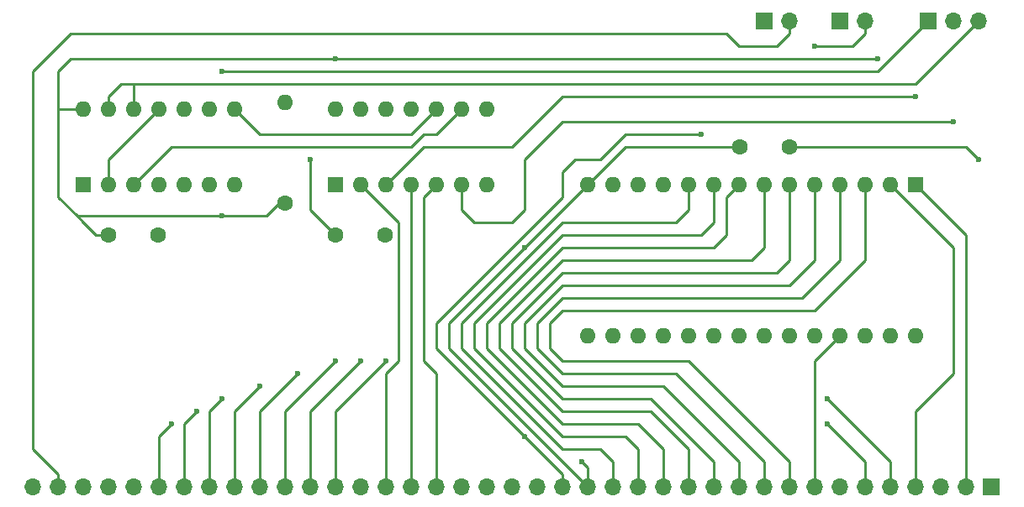
<source format=gbl>
G04 #@! TF.FileFunction,Copper,L2,Bot,Signal*
%FSLAX46Y46*%
G04 Gerber Fmt 4.6, Leading zero omitted, Abs format (unit mm)*
G04 Created by KiCad (PCBNEW 4.0.6) date 06/13/17 15:03:04*
%MOMM*%
%LPD*%
G01*
G04 APERTURE LIST*
%ADD10C,0.100000*%
%ADD11R,1.700000X1.700000*%
%ADD12O,1.700000X1.700000*%
%ADD13C,1.600000*%
%ADD14O,1.600000X1.600000*%
%ADD15R,1.600000X1.600000*%
%ADD16C,0.600000*%
%ADD17C,0.250000*%
G04 APERTURE END LIST*
D10*
D11*
X171450000Y-101600000D03*
D12*
X173990000Y-101600000D03*
D11*
X180340000Y-101600000D03*
D12*
X182880000Y-101600000D03*
X185420000Y-101600000D03*
D13*
X115570000Y-120015000D03*
D14*
X115570000Y-109855000D03*
D15*
X179070000Y-118110000D03*
D14*
X146050000Y-133350000D03*
X176530000Y-118110000D03*
X148590000Y-133350000D03*
X173990000Y-118110000D03*
X151130000Y-133350000D03*
X171450000Y-118110000D03*
X153670000Y-133350000D03*
X168910000Y-118110000D03*
X156210000Y-133350000D03*
X166370000Y-118110000D03*
X158750000Y-133350000D03*
X163830000Y-118110000D03*
X161290000Y-133350000D03*
X161290000Y-118110000D03*
X163830000Y-133350000D03*
X158750000Y-118110000D03*
X166370000Y-133350000D03*
X156210000Y-118110000D03*
X168910000Y-133350000D03*
X153670000Y-118110000D03*
X171450000Y-133350000D03*
X151130000Y-118110000D03*
X173990000Y-133350000D03*
X148590000Y-118110000D03*
X176530000Y-133350000D03*
X146050000Y-118110000D03*
X179070000Y-133350000D03*
D15*
X120650000Y-118110000D03*
D14*
X135890000Y-110490000D03*
X123190000Y-118110000D03*
X133350000Y-110490000D03*
X125730000Y-118110000D03*
X130810000Y-110490000D03*
X128270000Y-118110000D03*
X128270000Y-110490000D03*
X130810000Y-118110000D03*
X125730000Y-110490000D03*
X133350000Y-118110000D03*
X123190000Y-110490000D03*
X135890000Y-118110000D03*
X120650000Y-110490000D03*
D15*
X95250000Y-118110000D03*
D14*
X110490000Y-110490000D03*
X97790000Y-118110000D03*
X107950000Y-110490000D03*
X100330000Y-118110000D03*
X105410000Y-110490000D03*
X102870000Y-118110000D03*
X102870000Y-110490000D03*
X105410000Y-118110000D03*
X100330000Y-110490000D03*
X107950000Y-118110000D03*
X97790000Y-110490000D03*
X110490000Y-118110000D03*
X95250000Y-110490000D03*
D11*
X186690000Y-148590000D03*
D12*
X184150000Y-148590000D03*
X181610000Y-148590000D03*
X179070000Y-148590000D03*
X176530000Y-148590000D03*
X173990000Y-148590000D03*
X171450000Y-148590000D03*
X168910000Y-148590000D03*
X166370000Y-148590000D03*
X163830000Y-148590000D03*
X161290000Y-148590000D03*
X158750000Y-148590000D03*
X156210000Y-148590000D03*
X153670000Y-148590000D03*
X151130000Y-148590000D03*
X148590000Y-148590000D03*
X146050000Y-148590000D03*
X143510000Y-148590000D03*
X140970000Y-148590000D03*
X138430000Y-148590000D03*
X135890000Y-148590000D03*
X133350000Y-148590000D03*
X130810000Y-148590000D03*
X128270000Y-148590000D03*
X125730000Y-148590000D03*
X123190000Y-148590000D03*
X120650000Y-148590000D03*
X118110000Y-148590000D03*
X115570000Y-148590000D03*
X113030000Y-148590000D03*
X110490000Y-148590000D03*
X107950000Y-148590000D03*
X105410000Y-148590000D03*
X102870000Y-148590000D03*
X100330000Y-148590000D03*
X97790000Y-148590000D03*
X95250000Y-148590000D03*
X92710000Y-148590000D03*
X90170000Y-148590000D03*
D11*
X163830000Y-101600000D03*
D12*
X166370000Y-101600000D03*
D13*
X166370000Y-114300000D03*
X161370000Y-114300000D03*
X97790000Y-123190000D03*
X102790000Y-123190000D03*
X120650000Y-123190000D03*
X125650000Y-123190000D03*
D16*
X139700000Y-143510000D03*
X109220000Y-121285000D03*
X118110000Y-115570000D03*
X157480000Y-113030000D03*
X185420000Y-115570000D03*
X175260000Y-105410000D03*
X120650000Y-105410000D03*
X109220000Y-106680000D03*
X168910000Y-104140000D03*
X170180000Y-139700000D03*
X170180000Y-142240000D03*
X145415000Y-146050000D03*
X139700000Y-124460000D03*
X125730000Y-135890000D03*
X123190000Y-135890000D03*
X120650000Y-135890000D03*
X116840000Y-137160000D03*
X113030000Y-138430000D03*
X109220000Y-139700000D03*
X106680000Y-140970000D03*
X104140000Y-142240000D03*
X179070000Y-109220000D03*
X182880000Y-111760000D03*
D17*
X120650000Y-123190000D02*
X118110000Y-120650000D01*
X118110000Y-120650000D02*
X118110000Y-115570000D01*
X143510000Y-148590000D02*
X143510000Y-147320000D01*
X143510000Y-147320000D02*
X139700000Y-143510000D01*
X139700000Y-143510000D02*
X130810000Y-134620000D01*
X130810000Y-134620000D02*
X130810000Y-132080000D01*
X130810000Y-132080000D02*
X143510000Y-119380000D01*
X143510000Y-119380000D02*
X143510000Y-116840000D01*
X143510000Y-116840000D02*
X144780000Y-115570000D01*
X144780000Y-115570000D02*
X147320000Y-115570000D01*
X147320000Y-115570000D02*
X149860000Y-113030000D01*
X149860000Y-113030000D02*
X157480000Y-113030000D01*
X95250000Y-121920000D02*
X96520000Y-123190000D01*
X94615000Y-121285000D02*
X95250000Y-121920000D01*
X96520000Y-123190000D02*
X97790000Y-123190000D01*
X166370000Y-114300000D02*
X184150000Y-114300000D01*
X184150000Y-114300000D02*
X185420000Y-115570000D01*
X175260000Y-105410000D02*
X171450000Y-105410000D01*
X171450000Y-105410000D02*
X120650000Y-105410000D01*
X92710000Y-119380000D02*
X94615000Y-121285000D01*
X113665000Y-121285000D02*
X114935000Y-120015000D01*
X113030000Y-121285000D02*
X113665000Y-121285000D01*
X94615000Y-121285000D02*
X109220000Y-121285000D01*
X109220000Y-121285000D02*
X113030000Y-121285000D01*
X114935000Y-120015000D02*
X115570000Y-120015000D01*
X92710000Y-110490000D02*
X92710000Y-119380000D01*
X92710000Y-110490000D02*
X92710000Y-106680000D01*
X120650000Y-105410000D02*
X93980000Y-105410000D01*
X93980000Y-105410000D02*
X92710000Y-106680000D01*
X92710000Y-110490000D02*
X95250000Y-110490000D01*
X180340000Y-101600000D02*
X175260000Y-106680000D01*
X175260000Y-106680000D02*
X109220000Y-106680000D01*
X100330000Y-110490000D02*
X100330000Y-107950000D01*
X185420000Y-101600000D02*
X179070000Y-107950000D01*
X97790000Y-109220000D02*
X97790000Y-110490000D01*
X99060000Y-107950000D02*
X97790000Y-109220000D01*
X144780000Y-107950000D02*
X100330000Y-107950000D01*
X100330000Y-107950000D02*
X99060000Y-107950000D01*
X179070000Y-107950000D02*
X144780000Y-107950000D01*
X173990000Y-102870000D02*
X173990000Y-101600000D01*
X172720000Y-104140000D02*
X173990000Y-102870000D01*
X168910000Y-104140000D02*
X172720000Y-104140000D01*
X184150000Y-148590000D02*
X184150000Y-147320000D01*
X184150000Y-123190000D02*
X179070000Y-118110000D01*
X184150000Y-147320000D02*
X184150000Y-123190000D01*
X179070000Y-148590000D02*
X179070000Y-140970000D01*
X182880000Y-124460000D02*
X176530000Y-118110000D01*
X182880000Y-137160000D02*
X182880000Y-124460000D01*
X179070000Y-140970000D02*
X182880000Y-137160000D01*
X176530000Y-146050000D02*
X176530000Y-147320000D01*
X176530000Y-146050000D02*
X170180000Y-139700000D01*
X176530000Y-147320000D02*
X176530000Y-148590000D01*
X173990000Y-146050000D02*
X173990000Y-148590000D01*
X170180000Y-142240000D02*
X173990000Y-146050000D01*
X168910000Y-148590000D02*
X168910000Y-147320000D01*
X168910000Y-135890000D02*
X171450000Y-133350000D01*
X168910000Y-147320000D02*
X168910000Y-135890000D01*
X166370000Y-146050000D02*
X166370000Y-147320000D01*
X166370000Y-146050000D02*
X156210000Y-135890000D01*
X156210000Y-135890000D02*
X143510000Y-135890000D01*
X143510000Y-135890000D02*
X142240000Y-134620000D01*
X142240000Y-134620000D02*
X142240000Y-132080000D01*
X142240000Y-132080000D02*
X143510000Y-130810000D01*
X143510000Y-130810000D02*
X168910000Y-130810000D01*
X168910000Y-130810000D02*
X173990000Y-125730000D01*
X173990000Y-118110000D02*
X173990000Y-125730000D01*
X166370000Y-147320000D02*
X166370000Y-148590000D01*
X163830000Y-146050000D02*
X163830000Y-147320000D01*
X163830000Y-146050000D02*
X154940000Y-137160000D01*
X154940000Y-137160000D02*
X143510000Y-137160000D01*
X143510000Y-137160000D02*
X140970000Y-134620000D01*
X140970000Y-134620000D02*
X140970000Y-132080000D01*
X140970000Y-132080000D02*
X143510000Y-129540000D01*
X143510000Y-129540000D02*
X167640000Y-129540000D01*
X167640000Y-129540000D02*
X171450000Y-125730000D01*
X171450000Y-118110000D02*
X171450000Y-125730000D01*
X163830000Y-147320000D02*
X163830000Y-148590000D01*
X161290000Y-146050000D02*
X161290000Y-147320000D01*
X161290000Y-146050000D02*
X153670000Y-138430000D01*
X153670000Y-138430000D02*
X143510000Y-138430000D01*
X143510000Y-138430000D02*
X139700000Y-134620000D01*
X139700000Y-134620000D02*
X139700000Y-132080000D01*
X139700000Y-132080000D02*
X143510000Y-128270000D01*
X143510000Y-128270000D02*
X166370000Y-128270000D01*
X166370000Y-128270000D02*
X168910000Y-125730000D01*
X168910000Y-118110000D02*
X168910000Y-125730000D01*
X161290000Y-147320000D02*
X161290000Y-148590000D01*
X158750000Y-147320000D02*
X158750000Y-146050000D01*
X158750000Y-146050000D02*
X152400000Y-139700000D01*
X152400000Y-139700000D02*
X143510000Y-139700000D01*
X143510000Y-139700000D02*
X138430000Y-134620000D01*
X138430000Y-134620000D02*
X138430000Y-132080000D01*
X138430000Y-132080000D02*
X143510000Y-127000000D01*
X143510000Y-127000000D02*
X165100000Y-127000000D01*
X165100000Y-127000000D02*
X166370000Y-125730000D01*
X166370000Y-118110000D02*
X166370000Y-125730000D01*
X158750000Y-147320000D02*
X158750000Y-148590000D01*
X156210000Y-146050000D02*
X156210000Y-144780000D01*
X156210000Y-144780000D02*
X152400000Y-140970000D01*
X152400000Y-140970000D02*
X143510000Y-140970000D01*
X143510000Y-140970000D02*
X137160000Y-134620000D01*
X137160000Y-134620000D02*
X137160000Y-132080000D01*
X137160000Y-132080000D02*
X143510000Y-125730000D01*
X143510000Y-125730000D02*
X162560000Y-125730000D01*
X162560000Y-125730000D02*
X163830000Y-124460000D01*
X163830000Y-118110000D02*
X163830000Y-124460000D01*
X156210000Y-146050000D02*
X156210000Y-148590000D01*
X153670000Y-146050000D02*
X153670000Y-144780000D01*
X153670000Y-144780000D02*
X151130000Y-142240000D01*
X151130000Y-142240000D02*
X143510000Y-142240000D01*
X143510000Y-142240000D02*
X135890000Y-134620000D01*
X135890000Y-134620000D02*
X135890000Y-132080000D01*
X135890000Y-132080000D02*
X143510000Y-124460000D01*
X143510000Y-124460000D02*
X158750000Y-124460000D01*
X158750000Y-124460000D02*
X160020000Y-123190000D01*
X160020000Y-123190000D02*
X160020000Y-119380000D01*
X161290000Y-118110000D02*
X160020000Y-119380000D01*
X153670000Y-146050000D02*
X153670000Y-148590000D01*
X143510000Y-143510000D02*
X149860000Y-143510000D01*
X143510000Y-143510000D02*
X134620000Y-134620000D01*
X134620000Y-134620000D02*
X134620000Y-132080000D01*
X134620000Y-132080000D02*
X143510000Y-123190000D01*
X143510000Y-123190000D02*
X154940000Y-123190000D01*
X154940000Y-123190000D02*
X157480000Y-123190000D01*
X157480000Y-123190000D02*
X158750000Y-121920000D01*
X158750000Y-118110000D02*
X158750000Y-121920000D01*
X151130000Y-144780000D02*
X151130000Y-148590000D01*
X149860000Y-143510000D02*
X151130000Y-144780000D01*
X148590000Y-148590000D02*
X148590000Y-146050000D01*
X133350000Y-132080000D02*
X143510000Y-121920000D01*
X143510000Y-121920000D02*
X154940000Y-121920000D01*
X154940000Y-121920000D02*
X156210000Y-120650000D01*
X156210000Y-120650000D02*
X156210000Y-118110000D01*
X133350000Y-134620000D02*
X133350000Y-132080000D01*
X143510000Y-144780000D02*
X133350000Y-134620000D01*
X147320000Y-144780000D02*
X143510000Y-144780000D01*
X148590000Y-146050000D02*
X147320000Y-144780000D01*
X146050000Y-146685000D02*
X145415000Y-146050000D01*
X146050000Y-148590000D02*
X146050000Y-146685000D01*
X160020000Y-114300000D02*
X161370000Y-114300000D01*
X160100000Y-114300000D02*
X160020000Y-114300000D01*
X160020000Y-114300000D02*
X149860000Y-114300000D01*
X149860000Y-114300000D02*
X146050000Y-118110000D01*
X146050000Y-148590000D02*
X140970000Y-143510000D01*
X132080000Y-132080000D02*
X139700000Y-124460000D01*
X132080000Y-134620000D02*
X132080000Y-132080000D01*
X140970000Y-143510000D02*
X132080000Y-134620000D01*
X139700000Y-124460000D02*
X146050000Y-118110000D01*
X130810000Y-148590000D02*
X130810000Y-137160000D01*
X129540000Y-119380000D02*
X130810000Y-118110000D01*
X129540000Y-135890000D02*
X129540000Y-119380000D01*
X130810000Y-137160000D02*
X129540000Y-135890000D01*
X128270000Y-118110000D02*
X128270000Y-143510000D01*
X128270000Y-143510000D02*
X128270000Y-148590000D01*
X127000000Y-135890000D02*
X127000000Y-121920000D01*
X125730000Y-137160000D02*
X127000000Y-135890000D01*
X125730000Y-148590000D02*
X125730000Y-137160000D01*
X127000000Y-121920000D02*
X123190000Y-118110000D01*
X120650000Y-148590000D02*
X120650000Y-147320000D01*
X120650000Y-140970000D02*
X125730000Y-135890000D01*
X120650000Y-147320000D02*
X120650000Y-140970000D01*
X118110000Y-148590000D02*
X118110000Y-147320000D01*
X118110000Y-140970000D02*
X123190000Y-135890000D01*
X118110000Y-147320000D02*
X118110000Y-140970000D01*
X115570000Y-148590000D02*
X115570000Y-147320000D01*
X115570000Y-140970000D02*
X120650000Y-135890000D01*
X115570000Y-147320000D02*
X115570000Y-140970000D01*
X113030000Y-148590000D02*
X113030000Y-147320000D01*
X116840000Y-137160000D02*
X113030000Y-140970000D01*
X113030000Y-140970000D02*
X113030000Y-147320000D01*
X110490000Y-148590000D02*
X110490000Y-147320000D01*
X110490000Y-147320000D02*
X110490000Y-140970000D01*
X113030000Y-138430000D02*
X110490000Y-140970000D01*
X107950000Y-148590000D02*
X107950000Y-147320000D01*
X107950000Y-140970000D02*
X107950000Y-147320000D01*
X107950000Y-140970000D02*
X109220000Y-139700000D01*
X105410000Y-148590000D02*
X105410000Y-147320000D01*
X106680000Y-140970000D02*
X105410000Y-142240000D01*
X105410000Y-147320000D02*
X105410000Y-142240000D01*
X102870000Y-144780000D02*
X102870000Y-143510000D01*
X102870000Y-144780000D02*
X102870000Y-148590000D01*
X102870000Y-143510000D02*
X104140000Y-142240000D01*
X144780000Y-109220000D02*
X143510000Y-109220000D01*
X144780000Y-109220000D02*
X179070000Y-109220000D01*
X143510000Y-109220000D02*
X138430000Y-114300000D01*
X138430000Y-114300000D02*
X137160000Y-114300000D01*
X125730000Y-118110000D02*
X128270000Y-115570000D01*
X129540000Y-114300000D02*
X137160000Y-114300000D01*
X137160000Y-114300000D02*
X138430000Y-114300000D01*
X128270000Y-115570000D02*
X129540000Y-114300000D01*
X133350000Y-110490000D02*
X130810000Y-113030000D01*
X104140000Y-114300000D02*
X100330000Y-118110000D01*
X128270000Y-114300000D02*
X104140000Y-114300000D01*
X129540000Y-113030000D02*
X128270000Y-114300000D01*
X130810000Y-113030000D02*
X129540000Y-113030000D01*
X110490000Y-110490000D02*
X113030000Y-113030000D01*
X128270000Y-113030000D02*
X130810000Y-110490000D01*
X113030000Y-113030000D02*
X128270000Y-113030000D01*
X97790000Y-118110000D02*
X97790000Y-115570000D01*
X97790000Y-115570000D02*
X102870000Y-110490000D01*
X92710000Y-148590000D02*
X92710000Y-147320000D01*
X90170000Y-144780000D02*
X90170000Y-124460000D01*
X92710000Y-147320000D02*
X90170000Y-144780000D01*
X90170000Y-124460000D02*
X90170000Y-106680000D01*
X90170000Y-106680000D02*
X93980000Y-102870000D01*
X93980000Y-102870000D02*
X160020000Y-102870000D01*
X160020000Y-102870000D02*
X161290000Y-104140000D01*
X161290000Y-104140000D02*
X165100000Y-104140000D01*
X165100000Y-104140000D02*
X166370000Y-102870000D01*
X166370000Y-102870000D02*
X166370000Y-101600000D01*
X139700000Y-120015000D02*
X139700000Y-120650000D01*
X139700000Y-115570000D02*
X139700000Y-120015000D01*
X139700000Y-115570000D02*
X143510000Y-111760000D01*
X143510000Y-111760000D02*
X182880000Y-111760000D01*
X133350000Y-120650000D02*
X133350000Y-118110000D01*
X134620000Y-121920000D02*
X133350000Y-120650000D01*
X138430000Y-121920000D02*
X134620000Y-121920000D01*
X139700000Y-120650000D02*
X138430000Y-121920000D01*
M02*

</source>
